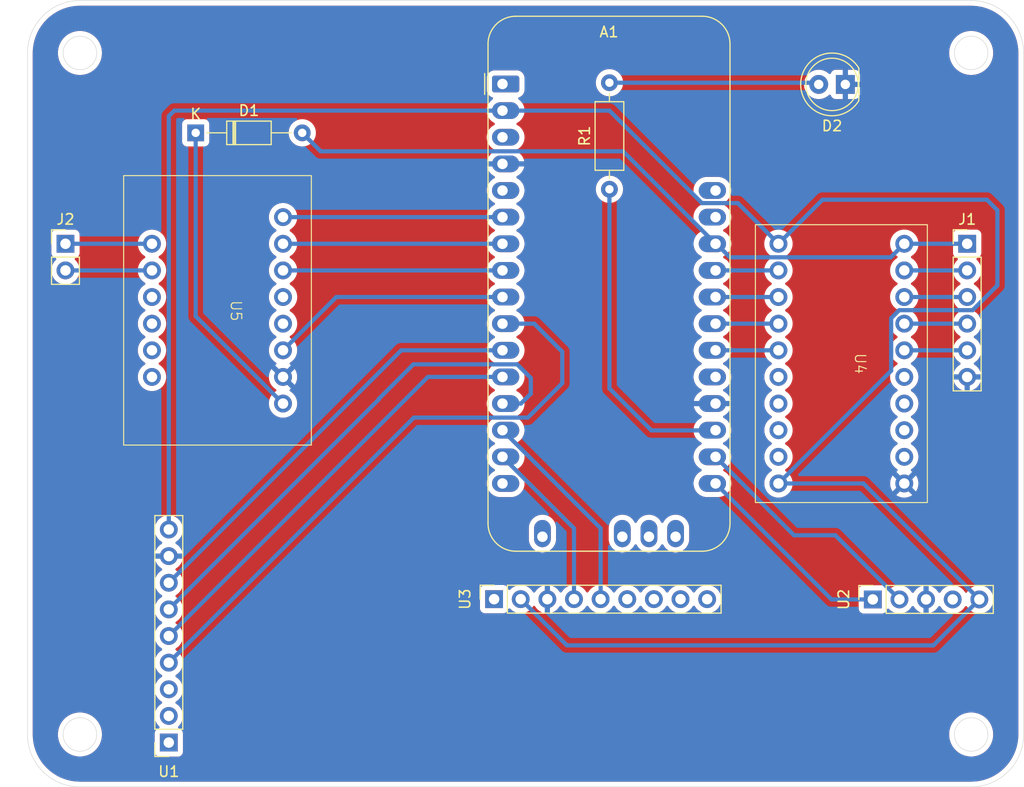
<source format=kicad_pcb>
(kicad_pcb (version 20241229) (generator "pcbnew") (generator_version "9.0")
  (title_block (title "Lightning From The Edge of Space Cutdown Payload Mk4") (date "2025-04-03"))
  (layers (0 "F.Cu" signal) (2 "B.Cu" signal) (13 "F.Paste" user) (15 "B.Paste" user) (5 "F.SilkS" user "F.Silkscreen") (7 "B.SilkS" user "B.Silkscreen") (1 "F.Mask" user) (3 "B.Mask" user) (25 "Edge.Cuts" user))
  (net 0 "")
  (net 1 "+5V")
  (net 2 "Net-(A1-SCL{slash}D21)")
  (net 3 "Net-(A1-A3)")
  (net 4 "/RL2")
  (net 5 "Net-(A1-TX{slash}D1)")
  (net 10 "/LED")
  (net 11 "/SPI_MISO")
  (net 13 "/RL4")
  (net 14 "Net-(A1-RX{slash}D0)")
  (net 16 "/RL1")
  (net 18 "GND")
  (net 19 "/RL3")
  (net 20 "+3.3V")
  (net 23 "Net-(A1-SDA{slash}D20)")
  (net 24 "Net-(A1-A4)")
  (net 25 "Net-(A1-A2)")
  (net 27 "Net-(J1-Pin_4)")
  (net 28 "Net-(J1-Pin_2)")
  (net 29 "Net-(J1-Pin_5)")
  (net 30 "Net-(J1-Pin_3)")
  (net 31 "/SPI_MOSI")
  (net 33 "/SPI_CLK")
  (net 50 "Net-(A1-A1)")
  (net 53 "Net-(J2-Pin_1)")
  (net 54 "Net-(J2-Pin_2)")
  (net 59 "Net-(D1-K)")
  (net 61 "Net-(A1-A5)")
  (net 62 "Net-(D2-A)")
  (footprint "LED_THT:LED_D5.0mm" (layer "F.Cu") (at 178 58 180)
    (property "Reference" "D2" (at 1.27 -3.96 0) (layer "F.SilkS"))
    (property "Value" "LED")
    (fp_line (start -1.29 -1.545) (end -1.29 1.545) (stroke (width 0.12)) (layer "F.SilkS"))
    (fp_arc (start 4.26 0.000048) (mid 2.071756 2.880501) (end -1.29 1.54483) (stroke (width 0.12)) (layer "F.SilkS"))
    (fp_arc (start -1.29 -1.54483) (mid 2.071756 -2.880501) (end 4.26 -0.000048) (stroke (width 0.12)) (layer "F.SilkS"))
    (fp_circle (center 1.27 0) (end 3.77 0) (stroke (width 0.12)) (fill no) (layer "F.SilkS"))
    (pad "1" thru_hole rect (at 0 0 180) (size 1.8 1.8) (drill 0.9) (layers "*.Cu" "*.Mask") (net 18 "GND"))
    (pad "2" thru_hole circle (at 2.54 0 180) (size 1.8 1.8) (drill 0.9) (layers "*.Cu" "*.Mask") (net 62 "Net-(D2-A)"))
  )
  (footprint "Module:Adafruit_Feather_M0_RFM" (layer "F.Cu") (at 145.3 57.96)
    (property "Reference" "A1" (at 10.16 -4.96 0) (layer "F.SilkS"))
    (property "Value" "Adafruit_Feather_M0_RFM9x_LoRa_Radio")
    (fp_line (start -1.7 1) (end -1.7 -1) (stroke (width 0.12)) (layer "F.SilkS"))
    (fp_line (start -1.38 -3.81) (end -1.38 41.91) (stroke (width 0.12)) (layer "F.SilkS"))
    (fp_line (start 19.05 -6.46) (end 1.27 -6.46) (stroke (width 0.12)) (layer "F.SilkS"))
    (fp_line (start 19.05 44.56) (end 1.27 44.56) (stroke (width 0.12)) (layer "F.SilkS"))
    (fp_line (start 21.7 -3.81) (end 21.7 41.91) (stroke (width 0.12)) (layer "F.SilkS"))
    (fp_arc (start -1.38 -3.81) (mid -0.603833 -5.683833) (end 1.27 -6.46) (stroke (width 0.12)) (layer "F.SilkS"))
    (fp_arc (start 1.27 44.56) (mid -0.603833 43.783833) (end -1.38 41.91) (stroke (width 0.12)) (layer "F.SilkS"))
    (fp_arc (start 19.05 -6.46) (mid 20.923833 -5.683833) (end 21.7 -3.81) (stroke (width 0.12)) (layer "F.SilkS"))
    (fp_arc (start 21.7 41.91) (mid 20.923833 43.783833) (end 19.05 44.56) (stroke (width 0.12)) (layer "F.SilkS"))
    (pad "1" thru_hole roundrect (at 0 0) (size 2.6 1.6) (drill 1 (offset 0.3 0)) (layers "*.Cu" "*.Mask") (roundrect_rratio 0.15625))
    (pad "2" thru_hole oval (at 0 2.54) (size 2.6 1.6) (drill 1 (offset 0.3 0)) (layers "*.Cu" "*.Mask") (net 20 "+3.3V"))
    (pad "3" thru_hole oval (at 0 5.08) (size 2.6 1.6) (drill 1 (offset 0.3 0)) (layers "*.Cu" "*.Mask"))
    (pad "4" thru_hole oval (at 0 7.62) (size 2.6 1.6) (drill 1 (offset 0.3 0)) (layers "*.Cu" "*.Mask") (net 18 "GND"))
    (pad "5" thru_hole oval (at 0 10.16) (size 2.6 1.6) (drill 1 (offset 0.3 0)) (layers "*.Cu" "*.Mask"))
    (pad "6" thru_hole oval (at 0 12.7) (size 2.6 1.6) (drill 1 (offset 0.3 0)) (layers "*.Cu" "*.Mask") (net 50 "Net-(A1-A1)"))
    (pad "7" thru_hole oval (at 0 15.24) (size 2.6 1.6) (drill 1 (offset 0.3 0)) (layers "*.Cu" "*.Mask") (net 25 "Net-(A1-A2)"))
    (pad "8" thru_hole oval (at 0 17.78) (size 2.6 1.6) (drill 1 (offset 0.3 0)) (layers "*.Cu" "*.Mask") (net 3 "Net-(A1-A3)"))
    (pad "9" thru_hole oval (at 0 20.32) (size 2.6 1.6) (drill 1 (offset 0.3 0)) (layers "*.Cu" "*.Mask") (net 24 "Net-(A1-A4)"))
    (pad "10" thru_hole oval (at 0 22.86) (size 2.6 1.6) (drill 1 (offset 0.3 0)) (layers "*.Cu" "*.Mask") (net 61 "Net-(A1-A5)"))
    (pad "11" thru_hole oval (at 0 25.4) (size 2.6 1.6) (drill 1 (offset 0.3 0)) (layers "*.Cu" "*.Mask") (net 33 "/SPI_CLK"))
    (pad "12" thru_hole oval (at 0 27.94) (size 2.6 1.6) (drill 1 (offset 0.3 0)) (layers "*.Cu" "*.Mask") (net 31 "/SPI_MOSI"))
    (pad "13" thru_hole oval (at 0 30.48) (size 2.6 1.6) (drill 1 (offset 0.3 0)) (layers "*.Cu" "*.Mask") (net 11 "/SPI_MISO"))
    (pad "14" thru_hole oval (at 0 33.02) (size 2.6 1.6) (drill 1 (offset 0.3 0)) (layers "*.Cu" "*.Mask") (net 14 "Net-(A1-RX{slash}D0)"))
    (pad "15" thru_hole oval (at 0 35.56) (size 2.6 1.6) (drill 1 (offset 0.3 0)) (layers "*.Cu" "*.Mask") (net 5 "Net-(A1-TX{slash}D1)"))
    (pad "16" thru_hole oval (at 0 38.1) (size 2.6 1.6) (drill 1 (offset 0.3 0)) (layers "*.Cu" "*.Mask"))
    (pad "17" thru_hole oval (at 20.32 38.1 180) (size 2.6 1.6) (drill 1 (offset 0.3 0)) (layers "*.Cu" "*.Mask") (net 23 "Net-(A1-SDA{slash}D20)"))
    (pad "18" thru_hole oval (at 20.32 35.56 180) (size 2.6 1.6) (drill 1 (offset 0.3 0)) (layers "*.Cu" "*.Mask") (net 2 "Net-(A1-SCL{slash}D21)"))
    (pad "19" thru_hole oval (at 20.32 33.02 180) (size 2.6 1.6) (drill 1 (offset 0.3 0)) (layers "*.Cu" "*.Mask") (net 10 "/LED"))
    (pad "20" thru_hole oval (at 20.32 30.48 180) (size 2.6 1.6) (drill 1 (offset 0.3 0)) (layers "*.Cu" "*.Mask") (net 18 "GND"))
    (pad "21" thru_hole oval (at 20.32 27.94 180) (size 2.6 1.6) (drill 1 (offset 0.3 0)) (layers "*.Cu" "*.Mask"))
    (pad "22" thru_hole oval (at 20.32 25.4 180) (size 2.6 1.6) (drill 1 (offset 0.3 0)) (layers "*.Cu" "*.Mask") (net 13 "/RL4"))
    (pad "23" thru_hole oval (at 20.32 22.86 180) (size 2.6 1.6) (drill 1 (offset 0.3 0)) (layers "*.Cu" "*.Mask") (net 19 "/RL3"))
    (pad "24" thru_hole oval (at 20.32 20.32 180) (size 2.6 1.6) (drill 1 (offset 0.3 0)) (layers "*.Cu" "*.Mask") (net 4 "/RL2"))
    (pad "25" thru_hole oval (at 20.32 17.78 180) (size 2.6 1.6) (drill 1 (offset 0.3 0)) (layers "*.Cu" "*.Mask") (net 16 "/RL1"))
    (pad "26" thru_hole oval (at 20.32 15.24 180) (size 2.6 1.6) (drill 1 (offset 0.3 0)) (layers "*.Cu" "*.Mask") (net 1 "+5V"))
    (pad "27" thru_hole oval (at 20.32 12.7 180) (size 2.6 1.6) (drill 1 (offset 0.3 0)) (layers "*.Cu" "*.Mask"))
    (pad "28" thru_hole oval (at 20.32 10.16 180) (size 2.6 1.6) (drill 1 (offset 0.3 0)) (layers "*.Cu" "*.Mask"))
    (pad "29" thru_hole oval (at 3.81 43.18 90) (size 2.6 1.6) (drill 1 (offset 0.3 0)) (layers "*.Cu" "*.Mask"))
    (pad "30" thru_hole oval (at 11.43 43.18 90) (size 2.6 1.6) (drill 1 (offset 0.3 0)) (layers "*.Cu" "*.Mask"))
    (pad "31" thru_hole oval (at 13.97 43.18 90) (size 2.6 1.6) (drill 1 (offset 0.3 0)) (layers "*.Cu" "*.Mask"))
    (pad "32" thru_hole oval (at 16.51 43.18 90) (size 2.6 1.6) (drill 1 (offset 0.3 0)) (layers "*.Cu" "*.Mask"))
  )
  (footprint "Connector_PinSocket_2.54mm:PinSocket_1x09_P2.54mm_Vertical" (layer "F.Cu") (at 113.475 120.77 180)
    (property "Reference" "U1" (at 0 -2.77 0) (layer "F.SilkS"))
    (property "Value" "~")
    (fp_line (start 1.33 1.27) (end 1.33 21.65) (stroke (width 0.12)) (layer "F.SilkS"))
    (fp_line (start 1.33 -1.33) (end 1.33 0) (stroke (width 0.12)) (layer "F.SilkS"))
    (fp_line (start 0 -1.33) (end 1.33 -1.33) (stroke (width 0.12)) (layer "F.SilkS"))
    (fp_line (start -1.33 21.65) (end 1.33 21.65) (stroke (width 0.12)) (layer "F.SilkS"))
    (fp_line (start -1.33 1.27) (end 1.33 1.27) (stroke (width 0.12)) (layer "F.SilkS"))
    (fp_line (start -1.33 1.27) (end -1.33 21.65) (stroke (width 0.12)) (layer "F.SilkS"))
    (pad "1" thru_hole rect (at 0 0 180) (size 1.7 1.7) (drill 1) (layers "*.Cu" "*.Mask"))
    (pad "2" thru_hole oval (at 0 2.54 180) (size 1.7 1.7) (drill 1) (layers "*.Cu" "*.Mask"))
    (pad "3" thru_hole oval (at 0 5.08 180) (size 1.7 1.7) (drill 1) (layers "*.Cu" "*.Mask"))
    (pad "4" thru_hole oval (at 0 7.62 180) (size 1.7 1.7) (drill 1) (layers "*.Cu" "*.Mask") (net 61 "Net-(A1-A5)"))
    (pad "5" thru_hole oval (at 0 10.16 180) (size 1.7 1.7) (drill 1) (layers "*.Cu" "*.Mask") (net 31 "/SPI_MOSI"))
    (pad "6" thru_hole oval (at 0 12.7 180) (size 1.7 1.7) (drill 1) (layers "*.Cu" "*.Mask") (net 11 "/SPI_MISO"))
    (pad "7" thru_hole oval (at 0 15.24 180) (size 1.7 1.7) (drill 1) (layers "*.Cu" "*.Mask") (net 33 "/SPI_CLK"))
    (pad "8" thru_hole oval (at 0 17.78 180) (size 1.7 1.7) (drill 1) (layers "*.Cu" "*.Mask") (net 18 "GND"))
    (pad "9" thru_hole oval (at 0 20.32 180) (size 1.7 1.7) (drill 1) (layers "*.Cu" "*.Mask") (net 20 "+3.3V"))
  )
  (footprint "Resistor_THT:R_Axial_DIN0207_L6.3mm_D2.5mm_P10.16mm_Horizontal" (layer "F.Cu") (at 155.5 68 90)
    (property "Reference" "R1" (at 5.08 -2.37 90) (layer "F.SilkS"))
    (property "Value" "R")
    (fp_line (start 8.35 -1.37) (end 1.81 -1.37) (stroke (width 0.12)) (layer "F.SilkS"))
    (fp_line (start 1.81 -1.37) (end 1.81 1.37) (stroke (width 0.12)) (layer "F.SilkS"))
    (fp_line (start 9.12 0) (end 8.35 0) (stroke (width 0.12)) (layer "F.SilkS"))
    (fp_line (start 1.04 0) (end 1.81 0) (stroke (width 0.12)) (layer "F.SilkS"))
    (fp_line (start 8.35 1.37) (end 8.35 -1.37) (stroke (width 0.12)) (layer "F.SilkS"))
    (fp_line (start 1.81 1.37) (end 8.35 1.37) (stroke (width 0.12)) (layer "F.SilkS"))
    (pad "1" thru_hole circle (at 0 0 90) (size 1.6 1.6) (drill 0.8) (layers "*.Cu" "*.Mask") (net 10 "/LED"))
    (pad "2" thru_hole oval (at 10.16 0 90) (size 1.6 1.6) (drill 0.8) (layers "*.Cu" "*.Mask") (net 62 "Net-(D2-A)"))
  )
  (footprint "Connector_PinSocket_2.54mm:PinSocket_1x05_P2.54mm_Vertical" (layer "F.Cu") (at 180.62 107.12 90)
    (property "Reference" "U2" (at 0 -2.77 90) (layer "F.SilkS"))
    (property "Value" "~")
    (fp_line (start 1.33 -1.33) (end 1.33 0) (stroke (width 0.12)) (layer "F.SilkS"))
    (fp_line (start 0 -1.33) (end 1.33 -1.33) (stroke (width 0.12)) (layer "F.SilkS"))
    (fp_line (start 1.33 1.27) (end 1.33 11.49) (stroke (width 0.12)) (layer "F.SilkS"))
    (fp_line (start -1.33 1.27) (end 1.33 1.27) (stroke (width 0.12)) (layer "F.SilkS"))
    (fp_line (start -1.33 1.27) (end -1.33 11.49) (stroke (width 0.12)) (layer "F.SilkS"))
    (fp_line (start -1.33 11.49) (end 1.33 11.49) (stroke (width 0.12)) (layer "F.SilkS"))
    (pad "1" thru_hole rect (at 0 0 90) (size 1.7 1.7) (drill 1) (layers "*.Cu" "*.Mask") (net 23 "Net-(A1-SDA{slash}D20)"))
    (pad "2" thru_hole oval (at 0 2.54 90) (size 1.7 1.7) (drill 1) (layers "*.Cu" "*.Mask") (net 2 "Net-(A1-SCL{slash}D21)"))
    (pad "3" thru_hole oval (at 0 5.08 90) (size 1.7 1.7) (drill 1) (layers "*.Cu" "*.Mask") (net 18 "GND"))
    (pad "4" thru_hole oval (at 0 7.62 90) (size 1.7 1.7) (drill 1) (layers "*.Cu" "*.Mask"))
    (pad "5" thru_hole oval (at 0 10.16 90) (size 1.7 1.7) (drill 1) (layers "*.Cu" "*.Mask") (net 20 "+3.3V"))
  )
  (footprint "Diode_THT:D_DO-35_SOD27_P10.16mm_Horizontal" (layer "F.Cu") (at 116.04 62.62)
    (property "Reference" "D1" (at 5.08 -2.12 0) (layer "F.SilkS"))
    (property "Value" "D")
    (fp_line (start 1.04 0) (end 2.96 0) (stroke (width 0.12)) (layer "F.SilkS"))
    (fp_line (start 2.96 -1.12) (end 2.96 1.12) (stroke (width 0.12)) (layer "F.SilkS"))
    (fp_line (start 2.96 1.12) (end 7.2 1.12) (stroke (width 0.12)) (layer "F.SilkS"))
    (fp_line (start 3.56 -1.12) (end 3.56 1.12) (stroke (width 0.12)) (layer "F.SilkS"))
    (fp_line (start 3.68 -1.12) (end 3.68 1.12) (stroke (width 0.12)) (layer "F.SilkS"))
    (fp_line (start 3.8 -1.12) (end 3.8 1.12) (stroke (width 0.12)) (layer "F.SilkS"))
    (fp_line (start 7.2 -1.12) (end 2.96 -1.12) (stroke (width 0.12)) (layer "F.SilkS"))
    (fp_line (start 7.2 1.12) (end 7.2 -1.12) (stroke (width 0.12)) (layer "F.SilkS"))
    (fp_line (start 9.12 0) (end 7.2 0) (stroke (width 0.12)) (layer "F.SilkS"))
    (fp_text user "K" (at 0 -1.8 0) (layer "F.SilkS"))
    (pad "1" thru_hole rect (at 0 0) (size 1.6 1.6) (drill 0.8) (layers "*.Cu" "*.Mask") (net 59 "Net-(D1-K)"))
    (pad "2" thru_hole oval (at 10.16 0) (size 1.6 1.6) (drill 0.8) (layers "*.Cu" "*.Mask") (net 1 "+5V"))
  )
  (footprint "CustomFootprints:Adafruit8BitLevelShifter" (layer "F.Cu") (at 177.62 84.63 -90)
    (property "Reference" "U4" (at 0 -1.8 270) (layer "F.SilkS") (effects (font (thickness 0.1))))
    (property "Value" "~" (hide yes))
    (fp_rect (start -13.25 -8.2) (end 13.25 8.2) (stroke (width 0.1)) (fill no) (layer "F.SilkS"))
    (pad "1" thru_hole circle (at -11.43 6 270) (size 1.7 1.7) (drill 1) (layers "*.Cu" "*.Mask") (net 20 "+3.3V"))
    (pad "2" thru_hole circle (at -8.89 6 270) (size 1.7 1.7) (drill 1) (layers "*.Cu" "*.Mask") (net 16 "/RL1"))
    (pad "3" thru_hole circle (at -6.35 6 270) (size 1.7 1.7) (drill 1) (layers "*.Cu" "*.Mask") (net 4 "/RL2"))
    (pad "4" thru_hole circle (at -3.81 6 270) (size 1.7 1.7) (drill 1) (layers "*.Cu" "*.Mask") (net 19 "/RL3"))
    (pad "5" thru_hole circle (at -1.27 6 270) (size 1.7 1.7) (drill 1) (layers "*.Cu" "*.Mask") (net 13 "/RL4"))
    (pad "6" thru_hole circle (at 1.27 6 270) (size 1.7 1.7) (drill 1) (layers "*.Cu" "*.Mask"))
    (pad "7" thru_hole circle (at 3.81 6 270) (size 1.7 1.7) (drill 1) (layers "*.Cu" "*.Mask"))
    (pad "8" thru_hole circle (at 6.35 6 270) (size 1.7 1.7) (drill 1) (layers "*.Cu" "*.Mask"))
    (pad "9" thru_hole circle (at 8.89 6 270) (size 1.7 1.7) (drill 1) (layers "*.Cu" "*.Mask"))
    (pad "10" thru_hole circle (at 11.43 6 270) (size 1.7 1.7) (drill 1) (layers "*.Cu" "*.Mask") (net 20 "+3.3V"))
    (pad "11" thru_hole circle (at -11.43 -6 270) (size 1.7 1.7) (drill 1) (layers "*.Cu" "*.Mask") (net 1 "+5V"))
    (pad "12" thru_hole circle (at -8.89 -6 270) (size 1.7 1.7) (drill 1) (layers "*.Cu" "*.Mask") (net 28 "Net-(J1-Pin_2)"))
    (pad "13" thru_hole circle (at -6.35 -6 270) (size 1.7 1.7) (drill 1) (layers "*.Cu" "*.Mask") (net 30 "Net-(J1-Pin_3)"))
    (pad "14" thru_hole circle (at -3.81 -6 270) (size 1.7 1.7) (drill 1) (layers "*.Cu" "*.Mask") (net 27 "Net-(J1-Pin_4)"))
    (pad "15" thru_hole circle (at -1.27 -6 270) (size 1.7 1.7) (drill 1) (layers "*.Cu" "*.Mask") (net 29 "Net-(J1-Pin_5)"))
    (pad "16" thru_hole circle (at 1.27 -6 270) (size 1.7 1.7) (drill 1) (layers "*.Cu" "*.Mask"))
    (pad "17" thru_hole circle (at 3.81 -6 270) (size 1.7 1.7) (drill 1) (layers "*.Cu" "*.Mask"))
    (pad "18" thru_hole circle (at 6.35 -6 270) (size 1.7 1.7) (drill 1) (layers "*.Cu" "*.Mask"))
    (pad "19" thru_hole circle (at 8.89 -6 270) (size 1.7 1.7) (drill 1) (layers "*.Cu" "*.Mask"))
    (pad "20" thru_hole circle (at 11.43 -6 270) (size 1.7 1.7) (drill 1) (layers "*.Cu" "*.Mask") (net 18 "GND"))
  )
  (footprint "Connector_PinSocket_2.54mm:PinSocket_1x09_P2.54mm_Vertical" (layer "F.Cu") (at 144.5 107.095 90)
    (property "Reference" "U3" (at 0 -2.77 90) (layer "F.SilkS"))
    (property "Value" "~")
    (fp_line (start 1.33 -1.33) (end 1.33 0) (stroke (width 0.12)) (layer "F.SilkS"))
    (fp_line (start 0 -1.33) (end 1.33 -1.33) (stroke (width 0.12)) (layer "F.SilkS"))
    (fp_line (start 1.33 1.27) (end 1.33 21.65) (stroke (width 0.12)) (layer "F.SilkS"))
    (fp_line (start -1.33 1.27) (end 1.33 1.27) (stroke (width 0.12)) (layer "F.SilkS"))
    (fp_line (start -1.33 1.27) (end -1.33 21.65) (stroke (width 0.12)) (layer "F.SilkS"))
    (fp_line (start -1.33 21.65) (end 1.33 21.65) (stroke (width 0.12)) (layer "F.SilkS"))
    (pad "1" thru_hole rect (at 0 0 90) (size 1.7 1.7) (drill 1) (layers "*.Cu" "*.Mask"))
    (pad "2" thru_hole oval (at 0 2.54 90) (size 1.7 1.7) (drill 1) (layers "*.Cu" "*.Mask") (net 20 "+3.3V"))
    (pad "3" thru_hole oval (at 0 5.08 90) (size 1.7 1.7) (drill 1) (layers "*.Cu" "*.Mask") (net 18 "GND"))
    (pad "4" thru_hole oval (at 0 7.62 90) (size 1.7 1.7) (drill 1) (layers "*.Cu" "*.Mask") (net 5 "Net-(A1-TX{slash}D1)"))
    (pad "5" thru_hole oval (at 0 10.16 90) (size 1.7 1.7) (drill 1) (layers "*.Cu" "*.Mask") (net 14 "Net-(A1-RX{slash}D0)"))
    (pad "6" thru_hole oval (at 0 12.7 90) (size 1.7 1.7) (drill 1) (layers "*.Cu" "*.Mask"))
    (pad "7" thru_hole oval (at 0 15.24 90) (size 1.7 1.7) (drill 1) (layers "*.Cu" "*.Mask"))
    (pad "8" thru_hole oval (at 0 17.78 90) (size 1.7 1.7) (drill 1) (layers "*.Cu" "*.Mask"))
    (pad "9" thru_hole oval (at 0 20.32 90) (size 1.7 1.7) (drill 1) (layers "*.Cu" "*.Mask"))
  )
  (footprint "CustomFootprints:AdafruitMotorDriverBreakout" (layer "F.Cu") (at 118.12 79.55 -90)
    (property "Reference" "U5" (at 0.04 -1.77 270) (layer "F.SilkS") (effects (font (thickness 0.1))))
    (property "Value" "~")
    (fp_rect (start -12.85 -8.95) (end 12.85 8.95) (stroke (width 0.1)) (fill no) (layer "F.SilkS"))
    (pad "1" thru_hole circle (at -8.89 -6.25 270) (size 1.7 1.7) (drill 1) (layers "*.Cu" "*.Mask") (net 50 "Net-(A1-A1)"))
    (pad "2" thru_hole circle (at -6.35 -6.25 270) (size 1.7 1.7) (drill 1) (layers "*.Cu" "*.Mask") (net 25 "Net-(A1-A2)"))
    (pad "3" thru_hole circle (at -3.81 -6.25 270) (size 1.7 1.7) (drill 1) (layers "*.Cu" "*.Mask") (net 3 "Net-(A1-A3)"))
    (pad "4" thru_hole circle (at -1.27 -6.25 270) (size 1.7 1.7) (drill 1) (layers "*.Cu" "*.Mask"))
    (pad "5" thru_hole circle (at 1.27 -6.25 270) (size 1.7 1.7) (drill 1) (layers "*.Cu" "*.Mask"))
    (pad "6" thru_hole circle (at 3.81 -6.25 270) (size 1.7 1.7) (drill 1) (layers "*.Cu" "*.Mask") (net 24 "Net-(A1-A4)"))
    (pad "7" thru_hole circle (at 6.35 -6.25 270) (size 1.7 1.7) (drill 1) (layers "*.Cu" "*.Mask") (net 18 "GND"))
    (pad "8" thru_hole circle (at 8.89 -6.25 270) (size 1.7 1.7) (drill 1) (layers "*.Cu" "*.Mask") (net 59 "Net-(D1-K)"))
    (pad "9" thru_hole circle (at -6.35 6.25 270) (size 1.7 1.7) (drill 1) (layers "*.Cu" "*.Mask") (net 53 "Net-(J2-Pin_1)"))
    (pad "10" thru_hole circle (at -3.81 6.25 270) (size 1.7 1.7) (drill 1) (layers "*.Cu" "*.Mask") (net 54 "Net-(J2-Pin_2)"))
    (pad "11" thru_hole circle (at -1.27 6.25 270) (size 1.7 1.7) (drill 1) (layers "*.Cu" "*.Mask"))
    (pad "12" thru_hole circle (at 1.27 6.25 270) (size 1.7 1.7) (drill 1) (layers "*.Cu" "*.Mask"))
    (pad "13" thru_hole circle (at 3.81 6.25 270) (size 1.7 1.7) (drill 1) (layers "*.Cu" "*.Mask"))
    (pad "14" thru_hole circle (at 6.35 6.25 270) (size 1.7 1.7) (drill 1) (layers "*.Cu" "*.Mask"))
  )
  (footprint "Connector_PinHeader_2.54mm:PinHeader_1x02_P2.54mm_Vertical" (layer "F.Cu") (at 103.62 73.2)
    (property "Reference" "J2" (at 0 -2.33 0) (layer "F.SilkS"))
    (property "Value" "Conn_01x02_Pin")
    (fp_line (start -1.33 -1.33) (end 0 -1.33) (stroke (width 0.12)) (layer "F.SilkS"))
    (fp_line (start -1.33 0) (end -1.33 -1.33) (stroke (width 0.12)) (layer "F.SilkS"))
    (fp_line (start -1.33 1.27) (end -1.33 3.87) (stroke (width 0.12)) (layer "F.SilkS"))
    (fp_line (start -1.33 1.27) (end 1.33 1.27) (stroke (width 0.12)) (layer "F.SilkS"))
    (fp_line (start -1.33 3.87) (end 1.33 3.87) (stroke (width 0.12)) (layer "F.SilkS"))
    (fp_line (start 1.33 1.27) (end 1.33 3.87) (stroke (width 0.12)) (layer "F.SilkS"))
    (pad "1" thru_hole rect (at 0 0) (size 1.7 1.7) (drill 1) (layers "*.Cu" "*.Mask") (net 53 "Net-(J2-Pin_1)"))
    (pad "2" thru_hole oval (at 0 2.54) (size 1.7 1.7) (drill 1) (layers "*.Cu" "*.Mask") (net 54 "Net-(J2-Pin_2)"))
  )
  (footprint "Connector_PinHeader_2.54mm:PinHeader_1x06_P2.54mm_Vertical" (layer "F.Cu") (at 189.62 73.2)
    (property "Reference" "J1" (at 0 -2.33 0) (layer "F.SilkS"))
    (property "Value" "Conn_01x06")
    (fp_line (start -1.33 -1.33) (end 0 -1.33) (stroke (width 0.12)) (layer "F.SilkS"))
    (fp_line (start -1.33 0) (end -1.33 -1.33) (stroke (width 0.12)) (layer "F.SilkS"))
    (fp_line (start -1.33 1.27) (end -1.33 14.03) (stroke (width 0.12)) (layer "F.SilkS"))
    (fp_line (start -1.33 1.27) (end 1.33 1.27) (stroke (width 0.12)) (layer "F.SilkS"))
    (fp_line (start -1.33 14.03) (end 1.33 14.03) (stroke (width 0.12)) (layer "F.SilkS"))
    (fp_line (start 1.33 1.27) (end 1.33 14.03) (stroke (width 0.12)) (layer "F.SilkS"))
    (pad "1" thru_hole rect (at 0 0) (size 1.7 1.7) (drill 1) (layers "*.Cu" "*.Mask") (net 1 "+5V"))
    (pad "2" thru_hole oval (at 0 2.54) (size 1.7 1.7) (drill 1) (layers "*.Cu" "*.Mask") (net 28 "Net-(J1-Pin_2)"))
    (pad "3" thru_hole oval (at 0 5.08) (size 1.7 1.7) (drill 1) (layers "*.Cu" "*.Mask") (net 30 "Net-(J1-Pin_3)"))
    (pad "4" thru_hole oval (at 0 7.62) (size 1.7 1.7) (drill 1) (layers "*.Cu" "*.Mask") (net 27 "Net-(J1-Pin_4)"))
    (pad "5" thru_hole oval (at 0 10.16) (size 1.7 1.7) (drill 1) (layers "*.Cu" "*.Mask") (net 29 "Net-(J1-Pin_5)"))
    (pad "6" thru_hole oval (at 0 12.7) (size 1.7 1.7) (drill 1) (layers "*.Cu" "*.Mask") (net 18 "GND"))
  )
  (gr_line (start 190 50) (end 105 50) (stroke (width 0.05)) (layer "Edge.Cuts"))
  (gr_circle (center 190 55) (end 191.6 55) (stroke (width 0.05)) (fill no) (layer "Edge.Cuts"))
  (gr_line (start 195 55) (end 195 120) (stroke (width 0.05)) (layer "Edge.Cuts"))
  (gr_circle (center 105 55) (end 106.6 55) (stroke (width 0.05)) (fill no) (layer "Edge.Cuts"))
  (gr_arc (start 195 120) (mid 193.535534 123.535534) (end 190 125) (stroke (width 0.05)) (layer "Edge.Cuts"))
  (gr_arc (start 105 125) (mid 101.464466 123.535534) (end 100 120) (stroke (width 0.05)) (layer "Edge.Cuts"))
  (gr_arc (start 190 50) (mid 193.535534 51.464466) (end 195 55) (stroke (width 0.05)) (layer "Edge.Cuts"))
  (gr_circle (center 190 120) (end 191.6 120) (stroke (width 0.05)) (fill no) (layer "Edge.Cuts"))
  (gr_circle (center 105 120) (end 106.6 120) (stroke (width 0.05)) (fill no) (layer "Edge.Cuts"))
  (gr_arc (start 100 55) (mid 101.464466 51.464466) (end 105 50) (stroke (width 0.05)) (layer "Edge.Cuts"))
  (gr_line (start 100 120) (end 100 55) (stroke (width 0.05)) (layer "Edge.Cuts"))
  (gr_line (start 190 125) (end 105 125) (stroke (width 0.05)) (layer "Edge.Cuts"))
  (gr_text "Lightning From The Edge of Space\nCutdown Board MK.V\nDesigned By Matthew Lyon, 2025" (at 112.5 55.5 0) (layer "F.Cu" knockout) (effects (font (size 1 1) (thickness 0.1)) (justify left)))
  (segment (start 166.989 74.489) (end 182.331 74.489) (width 0.4) (layer "B.Cu") (net 1))
  (segment (start 156.799 64.379) (end 127.959 64.379) (width 0.4) (layer "B.Cu") (net 1))
  (segment (start 165.7 73.2) (end 166.989 74.489) (width 0.4) (layer "B.Cu") (net 1))
  (segment (start 127.959 64.379) (end 126.2 62.62) (width 0.4) (layer "B.Cu") (net 1))
  (segment (start 165.62 73.2) (end 165.7 73.2) (width 0.4) (layer "B.Cu") (net 1))
  (segment (start 165.62 73.2) (end 156.799 64.379) (width 0.4) (layer "B.Cu") (net 1))
  (segment (start 189.62 73.2) (end 183.62 73.2) (width 0.4) (layer "B.Cu") (net 1))
  (segment (start 182.331 74.489) (end 183.62 73.2) (width 0.4) (layer "B.Cu") (net 1))
  (segment (start 177.04 101) (end 173.1 101) (width 0.4) (layer "B.Cu") (net 2))
  (segment (start 183.16 107.12) (end 177.04 101) (width 0.4) (layer "B.Cu") (net 2))
  (segment (start 173.1 101) (end 165.62 93.52) (width 0.4) (layer "B.Cu") (net 2))
  (segment (start 165.62 93.52) (end 165.62 93.62) (width 0.4) (layer "B.Cu") (net 2))
  (segment (start 124.37 75.74) (end 145.3 75.74) (width 0.4) (layer "B.Cu") (net 3))
  (segment (start 165.62 78.28) (end 166.11 78.77) (width 0.4) (layer "B.Cu") (net 4))
  (segment (start 165.62 78.28) (end 171.62 78.28) (width 0.4) (layer "B.Cu") (net 4))
  (segment (start 152.12 100.34) (end 145.3 93.52) (width 0.4) (layer "B.Cu") (net 5))
  (segment (start 152.12 107.095) (end 152.12 100.34) (width 0.4) (layer "B.Cu") (net 5))
  (segment (start 155.5 87) (end 159.5 91) (width 0.4) (layer "B.Cu") (net 10))
  (segment (start 159.5 91) (end 165.6 91) (width 0.4) (layer "B.Cu") (net 10))
  (segment (start 165.6 91) (end 165.62 90.98) (width 0.4) (layer "B.Cu") (net 10))
  (segment (start 155.5 68) (end 155.5 87) (width 0.4) (layer "B.Cu") (net 10))
  (segment (start 133.5 88.045) (end 133.5 88) (width 0.4) (layer "B.Cu") (net 11))
  (segment (start 148 87.5) (end 147.06 88.44) (width 0.4) (layer "B.Cu") (net 11))
  (segment (start 133.5 88) (end 136.801 84.699) (width 0.4) (layer "B.Cu") (net 11))
  (segment (start 136.801 84.699) (end 146.699 84.699) (width 0.4) (layer "B.Cu") (net 11))
  (segment (start 113.475 108.07) (end 133.5 88.045) (width 0.4) (layer "B.Cu") (net 11))
  (segment (start 148 86) (end 148 87.5) (width 0.4) (layer "B.Cu") (net 11))
  (segment (start 147.06 88.44) (end 145.3 88.44) (width 0.4) (layer "B.Cu") (net 11))
  (segment (start 146.699 84.699) (end 148 86) (width 0.4) (layer "B.Cu") (net 11))
  (segment (start 165.62 83.36) (end 171.62 83.36) (width 0.4) (layer "B.Cu") (net 13))
  (segment (start 165.62 83.36) (end 166.11 83.85) (width 0.4) (layer "B.Cu") (net 13))
  (segment (start 145.3 90.98) (end 154.66 100.34) (width 0.4) (layer "B.Cu") (net 14))
  (segment (start 154.66 100.34) (end 154.66 107.095) (width 0.4) (layer "B.Cu") (net 14))
  (segment (start 165.62 75.74) (end 171.62 75.74) (width 0.4) (layer "B.Cu") (net 16))
  (segment (start 165.62 75.74) (end 166.11 76.23) (width 0.4) (layer "B.Cu") (net 16))
  (segment (start 165.62 80.82) (end 171.62 80.82) (width 0.4) (layer "B.Cu") (net 19))
  (segment (start 165.62 80.82) (end 166.11 81.31) (width 0.4) (layer "B.Cu") (net 19))
  (segment (start 167.741 69.321) (end 171.62 73.2) (width 0.4) (layer "B.Cu") (net 20))
  (segment (start 145.3 60.5) (end 155.50153 60.5) (width 0.4) (layer "B.Cu") (net 20))
  (segment (start 192.5 70) (end 191.5 69) (width 0.4) (layer "B.Cu") (net 20))
  (segment (start 192.5 77.169182) (end 192.5 70) (width 0.4) (layer "B.Cu") (net 20))
  (segment (start 155.50153 60.5) (end 164.32253 69.321) (width 0.4) (layer "B.Cu") (net 20))
  (segment (start 175.82 69) (end 171.62 73.2) (width 0.4) (layer "B.Cu") (net 20))
  (segment (start 190.78 107.12) (end 186.4 111.5) (width 0.4) (layer "B.Cu") (net 20))
  (segment (start 191.5 69) (end 175.82 69) (width 0.4) (layer "B.Cu") (net 20))
  (segment (start 182.369 80.301818) (end 183.139818 79.531) (width 0.4) (layer "B.Cu") (net 20))
  (segment (start 171.62 96.06) (end 179.72 96.06) (width 0.4) (layer "B.Cu") (net 20))
  (segment (start 114 60.5) (end 145.3 60.5) (width 0.4) (layer "B.Cu") (net 20))
  (segment (start 113.475 61.025) (end 114 60.5) (width 0.4) (layer "B.Cu") (net 20))
  (segment (start 171.62 96.06) (end 182.369 85.311) (width 0.4) (layer "B.Cu") (net 20))
  (segment (start 190.138182 79.531) (end 192.5 77.169182) (width 0.4) (layer "B.Cu") (net 20))
  (segment (start 151.445 111.5) (end 147.04 107.095) (width 0.4) (layer "B.Cu") (net 20))
  (segment (start 164.32253 69.321) (end 167.741 69.321) (width 0.4) (layer "B.Cu") (net 20))
  (segment (start 179.72 96.06) (end 190.78 107.12) (width 0.4) (layer "B.Cu") (net 20))
  (segment (start 183.139818 79.531) (end 190.138182 79.531) (width 0.4) (layer "B.Cu") (net 20))
  (segment (start 182.369 85.311) (end 182.369 80.301818) (width 0.4) (layer "B.Cu") (net 20))
  (segment (start 113.475 100.45) (end 113.475 61.025) (width 0.4) (layer "B.Cu") (net 20))
  (segment (start 186.4 111.5) (end 151.445 111.5) (width 0.4) (layer "B.Cu") (net 20))
  (segment (start 176.68 107.12) (end 180.62 107.12) (width 0.4) (layer "B.Cu") (net 23))
  (segment (start 165.62 96.06) (end 176.68 107.12) (width 0.4) (layer "B.Cu") (net 23))
  (segment (start 124.37 83.36) (end 129.45 78.28) (width 0.4) (layer "B.Cu") (net 24))
  (segment (start 129.45 78.28) (end 145.3 78.28) (width 0.4) (layer "B.Cu") (net 24))
  (segment (start 124.37 73.2) (end 145.3 73.2) (width 0.4) (layer "B.Cu") (net 25))
  (segment (start 183.62 80.82) (end 189.62 80.82) (width 0.4) (layer "B.Cu") (net 27))
  (segment (start 183.62 75.74) (end 189.62 75.74) (width 0.4) (layer "B.Cu") (net 28))
  (segment (start 183.62 83.36) (end 189.62 83.36) (width 0.4) (layer "B.Cu") (net 29))
  (segment (start 183.62 78.28) (end 189.62 78.28) (width 0.4) (layer "B.Cu") (net 30))
  (segment (start 113.475 110.61) (end 138.185 85.9) (width 0.4) (layer "B.Cu") (net 31))
  (segment (start 138.185 85.9) (end 145.3 85.9) (width 0.4) (layer "B.Cu") (net 31))
  (segment (start 113.475 105.53) (end 135.645 83.36) (width 0.4) (layer "B.Cu") (net 33))
  (segment (start 135.645 83.36) (end 145.3 83.36) (width 0.4) (layer "B.Cu") (net 33))
  (segment (start 124.37 70.66) (end 145.3 70.66) (width 0.4) (layer "B.Cu") (net 50))
  (segment (start 103.62 73.2) (end 111.87 73.2) (width 0.4) (layer "B.Cu") (net 53))
  (segment (start 103.62 75.74) (end 111.87 75.74) (width 0.4) (layer "B.Cu") (net 54))
  (segment (start 116.04 80.11) (end 124.37 88.44) (width 0.4) (layer "B.Cu") (net 59))
  (segment (start 116.04 62.62) (end 116.04 80.11) (width 0.4) (layer "B.Cu") (net 59))
  (segment (start 151 83.5) (end 148.32 80.82) (width 0.4) (layer "B.Cu") (net 61))
  (segment (start 151 86.5) (end 151 83.5) (width 0.4) (layer "B.Cu") (net 61))
  (segment (start 147.721 89.779) (end 151 86.5) (width 0.4) (layer "B.Cu") (net 61))
  (segment (start 148.32 80.82) (end 145.3 80.82) (width 0.4) (layer "B.Cu") (net 61))
  (segment (start 136.846 89.779) (end 147.721 89.779) (width 0.4) (layer "B.Cu") (net 61))
  (segment (start 113.475 113.15) (end 136.846 89.779) (width 0.4) (layer "B.Cu") (net 61))
  (segment (start 155.5 57.84) (end 175.3 57.84) (width 0.4) (layer "B.Cu") (net 62))
  (segment (start 175.3 57.84) (end 175.46 58) (width 0.4) (layer "B.Cu") (net 62))
  (zone (net 0) (net_name "") (layer "F.Cu") (priority 1) (connect_pads (clearance 0.5)) (min_thickness 0.25) (fill yes (thermal_gap 0.5) (thermal_bridge_width 0.5) (island_removal_mode 1) (island_area_min 10))
    (polygon (pts (xy 195 50) (xy 195 125) (xy 99.5 125) (xy 99.5 50.5) (xy 100 50)))
  )
  (zone (net 18) (net_name "GND") (layer "B.Cu") (connect_pads (clearance 0.5)) (min_thickness 0.25) (fill yes (thermal_gap 0.5) (thermal_bridge_width 0.5))
    (polygon (pts (xy 195 50) (xy 195 125) (xy 100 125) (xy 100 50)))
  )
)
</source>
